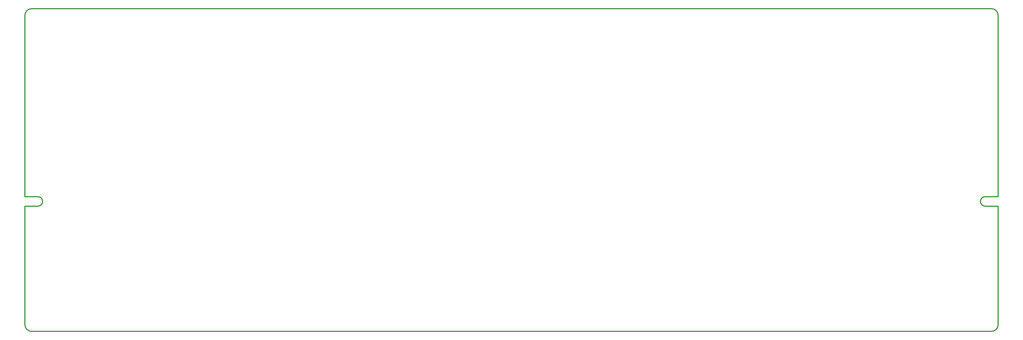
<source format=gm1>
%TF.GenerationSoftware,KiCad,Pcbnew,4.0.2-stable*%
%TF.CreationDate,2018-01-13T17:53:34+11:00*%
%TF.ProjectId,60,36302E6B696361645F70636200000000,rev?*%
%TF.FileFunction,Profile,NP*%
%FSLAX46Y46*%
G04 Gerber Fmt 4.6, Leading zero omitted, Abs format (unit mm)*
G04 Created by KiCad (PCBNEW 4.0.2-stable) date 13/01/2018 5:53:34 PM*
%MOMM*%
G01*
G04 APERTURE LIST*
%ADD10C,0.100000*%
%ADD11C,0.300000*%
G04 APERTURE END LIST*
D10*
D11*
X8937500Y-96325000D02*
G75*
G03X10337500Y-94925000I0J1400000D01*
G01*
X286337500Y-93525000D02*
X290137500Y-93525000D01*
X286337500Y-96325000D02*
X290137500Y-96325000D01*
X290137500Y-93525000D02*
X290137500Y-40425000D01*
X290137500Y-96325000D02*
X290137500Y-131025000D01*
X286337500Y-96325000D02*
G75*
G02X284937500Y-94925000I0J1400000D01*
G01*
X284937500Y-94925000D02*
G75*
G02X286337500Y-93525000I1400000J0D01*
G01*
X5137500Y-93525000D02*
X5137500Y-40425000D01*
X8937500Y-93525000D02*
X5137500Y-93525000D01*
X10337500Y-94925000D02*
G75*
G03X8937500Y-93525000I-1400000J0D01*
G01*
X5137500Y-96325000D02*
X8937500Y-96325000D01*
X5137500Y-131025000D02*
X5137500Y-96325000D01*
X290137500Y-40425000D02*
G75*
G03X288137500Y-38425000I-2000000J0D01*
G01*
X288137500Y-133025000D02*
G75*
G03X290137500Y-131025000I0J2000000D01*
G01*
X5137500Y-131025000D02*
G75*
G03X7137500Y-133025000I2000000J0D01*
G01*
X7137500Y-38425000D02*
G75*
G03X5137500Y-40425000I0J-2000000D01*
G01*
X288137500Y-38425000D02*
X7137500Y-38425000D01*
X7137500Y-133025000D02*
X288137500Y-133025000D01*
M02*

</source>
